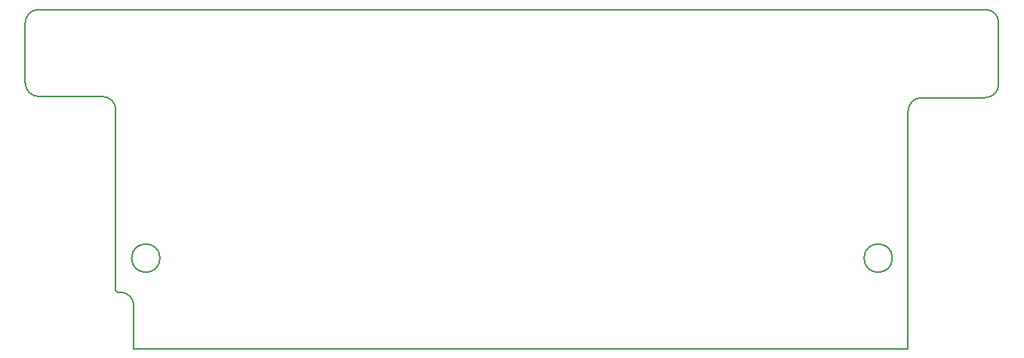
<source format=gm1>
G04 #@! TF.GenerationSoftware,KiCad,Pcbnew,(6.0.1-0)*
G04 #@! TF.CreationDate,2022-02-13T03:47:26-05:00*
G04 #@! TF.ProjectId,Adapter-30,41646170-7465-4722-9d33-302e6b696361,1.0-SOP*
G04 #@! TF.SameCoordinates,Original*
G04 #@! TF.FileFunction,Profile,NP*
%FSLAX46Y46*%
G04 Gerber Fmt 4.6, Leading zero omitted, Abs format (unit mm)*
G04 Created by KiCad (PCBNEW (6.0.1-0)) date 2022-02-13 03:47:26*
%MOMM*%
%LPD*%
G01*
G04 APERTURE LIST*
G04 #@! TA.AperFunction,Profile*
%ADD10C,0.200000*%
G04 #@! TD*
G04 #@! TA.AperFunction,Profile*
%ADD11C,0.150000*%
G04 #@! TD*
G04 APERTURE END LIST*
D10*
X76200000Y-94996000D02*
X76200000Y-74803000D01*
D11*
X163322000Y-91440000D02*
G75*
G03*
X163322000Y-91440000I-1587500J0D01*
G01*
D10*
X175260000Y-65024000D02*
G75*
G03*
X173736000Y-63500000I-1523999J1D01*
G01*
X67564000Y-63500000D02*
G75*
G03*
X66040000Y-65024000I-1J-1523999D01*
G01*
X76644500Y-95250000D02*
X76454000Y-95250000D01*
X78232000Y-101600000D02*
X78232000Y-96837500D01*
X76200000Y-94996000D02*
G75*
G03*
X76454000Y-95250000I254000J0D01*
G01*
X78232000Y-96837500D02*
G75*
G03*
X76644500Y-95250000I-1587500J0D01*
G01*
X173736000Y-73406000D02*
G75*
G03*
X175260000Y-71882000I1J1523999D01*
G01*
X175260000Y-65024000D02*
X175260000Y-71882000D01*
X166624000Y-73406000D02*
G75*
G03*
X165100000Y-74930000I-1J-1523999D01*
G01*
X173736000Y-73406000D02*
X166624000Y-73406000D01*
X66040000Y-65024000D02*
X66040000Y-71755000D01*
X67564000Y-73279000D02*
X74676000Y-73279000D01*
X66040000Y-71755000D02*
G75*
G03*
X67564000Y-73279000I1523999J-1D01*
G01*
X76200000Y-74803000D02*
G75*
G03*
X74676000Y-73279000I-1523999J1D01*
G01*
D11*
X81153000Y-91440000D02*
G75*
G03*
X81153000Y-91440000I-1587500J0D01*
G01*
D10*
X165100000Y-74930000D02*
X165100000Y-101600000D01*
X165100000Y-101600000D02*
X78232000Y-101600000D01*
X67564000Y-63500000D02*
X173736000Y-63500000D01*
M02*

</source>
